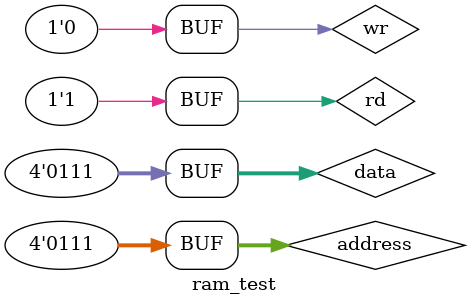
<source format=v>

  module ram_test;
 	reg [3:0] address;
	reg [3:0] data;
	reg rd; reg wr;
	wire [3:0] out;
	ram uut(.data(data), .rd(rd), .wr(wr), .address(address), .out(out));
   initial begin
  	data = 0;  rd =0; wr=1; address = 0;#30;
	data = 1;  rd =0; wr=1; address = 1;#30;
	data = 2;  rd =0; wr=1; address = 2;#30;
	data = 3;  rd =0; wr=1; address = 3;#30;
	data = 4;  rd =0; wr=1; address = 4;#30;
	data = 5;  rd =0; wr=1; address = 5;#30;
	data = 6;  rd =0; wr=1; address = 6;#30;
	data = 7;  rd =0; wr=1; address = 7;#30;
	rd =1; wr=0; address = 0;#30;
	rd =1; wr=0; address = 1;#30;
	rd =1; wr=0; address = 2;#30;
	rd =1; wr=0; address = 3;#30;
	rd =1; wr=0; address = 4;#30;
	rd =1; wr=0; address = 5;#30;
	rd =1; wr=0; address = 6;#30;
	rd =1; wr=0; address = 7;#30;
   end
  endmodule

</source>
